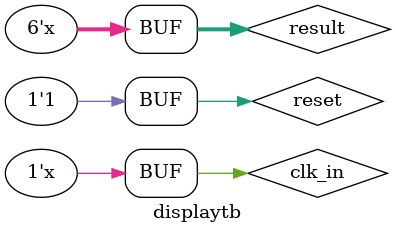
<source format=v>
`timescale 1ns / 1ps


module displaytb;

	// Inputs
	reg [5:0] result;
	reg clk_in;
reg reset;
	// Outputs
	wire [3:0] ctl;
	wire [7:0] segments;

	// Instantiate the Unit Under Test (UUT)
	display uut (
		.result(result), 
		.reset_n(reset),
		.clk_in(clk_in), 
		.ctl(ctl), 
		.segments(segments)
	);

	initial begin
		// Initialize Inputs
		result = -15;
		clk_in = 0;
		reset=0;
		// Wait 100 ns for global reset to finish
		#100;
        reset=1;
		// Add stimulus here

	end
      
		
		always #4 clk_in=~clk_in;
		always #49 result=result+1;
endmodule


</source>
